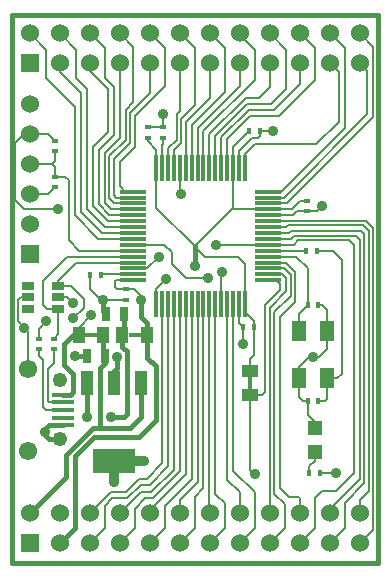
<source format=gtl>
G04 (created by PCBNEW-RS274X (2012-apr-16-27)-stable) date Sun 17 Nov 2013 02:19:30 PM EET*
G01*
G70*
G90*
%MOIN*%
G04 Gerber Fmt 3.4, Leading zero omitted, Abs format*
%FSLAX34Y34*%
G04 APERTURE LIST*
%ADD10C,0.006000*%
%ADD11C,0.015000*%
%ADD12R,0.015700X0.023600*%
%ADD13R,0.023600X0.015700*%
%ADD14R,0.060000X0.060000*%
%ADD15C,0.060000*%
%ADD16R,0.047200X0.070900*%
%ADD17R,0.086600X0.011800*%
%ADD18R,0.011800X0.086600*%
%ADD19R,0.039400X0.027600*%
%ADD20R,0.025000X0.045000*%
%ADD21R,0.047200X0.047200*%
%ADD22R,0.144000X0.080000*%
%ADD23R,0.040000X0.080000*%
%ADD24R,0.055100X0.043300*%
%ADD25R,0.016000X0.039400*%
%ADD26R,0.043300X0.055100*%
%ADD27R,0.039400X0.016000*%
%ADD28R,0.072800X0.015700*%
%ADD29C,0.049200*%
%ADD30C,0.061000*%
%ADD31C,0.035000*%
%ADD32C,0.008000*%
%ADD33C,0.032000*%
%ADD34C,0.016000*%
G04 APERTURE END LIST*
G54D10*
G54D11*
X24800Y-29700D02*
X24800Y-11450D01*
X37000Y-29700D02*
X24800Y-29700D01*
X37000Y-11450D02*
X37000Y-29700D01*
X24800Y-11450D02*
X37000Y-11450D01*
G54D12*
X34673Y-24300D03*
X35027Y-24300D03*
G54D13*
X26200Y-22223D03*
X26200Y-22577D03*
X25700Y-22223D03*
X25700Y-22577D03*
X26250Y-15623D03*
X26250Y-15977D03*
G54D12*
X34977Y-19300D03*
X34623Y-19300D03*
G54D13*
X34650Y-17623D03*
X34650Y-17977D03*
X29350Y-15527D03*
X29350Y-15173D03*
X28600Y-20573D03*
X28600Y-20927D03*
G54D12*
X32723Y-15300D03*
X33077Y-15300D03*
X32877Y-21850D03*
X32523Y-21850D03*
X35027Y-21100D03*
X34673Y-21100D03*
G54D13*
X26250Y-17177D03*
X26250Y-16823D03*
G54D12*
X27777Y-20100D03*
X27423Y-20100D03*
G54D13*
X29850Y-15527D03*
X29850Y-15173D03*
G54D14*
X25400Y-13050D03*
G54D15*
X25400Y-12050D03*
X26400Y-13050D03*
X26400Y-12050D03*
X27400Y-13050D03*
X27400Y-12050D03*
X28400Y-13050D03*
X28400Y-12050D03*
X29400Y-13050D03*
X29400Y-12050D03*
X30400Y-13050D03*
X30400Y-12050D03*
X31400Y-13050D03*
X31400Y-12050D03*
X32400Y-13050D03*
X32400Y-12050D03*
X33400Y-13050D03*
X33400Y-12050D03*
X34400Y-13050D03*
X34400Y-12050D03*
X35400Y-13050D03*
X35400Y-12050D03*
X36400Y-13050D03*
X36400Y-12050D03*
G54D14*
X25400Y-29050D03*
G54D15*
X25400Y-28050D03*
X26400Y-29050D03*
X26400Y-28050D03*
X27400Y-29050D03*
X27400Y-28050D03*
X28400Y-29050D03*
X28400Y-28050D03*
X29400Y-29050D03*
X29400Y-28050D03*
X30400Y-29050D03*
X30400Y-28050D03*
X31400Y-29050D03*
X31400Y-28050D03*
X32400Y-29050D03*
X32400Y-28050D03*
X33400Y-29050D03*
X33400Y-28050D03*
X34400Y-29050D03*
X34400Y-28050D03*
X35400Y-29050D03*
X35400Y-28050D03*
X36400Y-29050D03*
X36400Y-28050D03*
G54D16*
X34378Y-21963D03*
X35322Y-23537D03*
X34378Y-23537D03*
X35322Y-21963D03*
G54D14*
X25400Y-19400D03*
G54D15*
X25400Y-18400D03*
X25400Y-17400D03*
X25400Y-16400D03*
X25400Y-15400D03*
X25400Y-14400D03*
G54D17*
X33364Y-20276D03*
X33364Y-20080D03*
X33364Y-19883D03*
X33364Y-19686D03*
X33364Y-19489D03*
X33364Y-19292D03*
X33364Y-19095D03*
X33364Y-18898D03*
X33364Y-18702D03*
X33364Y-18505D03*
X33364Y-18308D03*
X33364Y-18111D03*
X33364Y-17914D03*
X33364Y-17717D03*
X33364Y-17520D03*
X33364Y-17324D03*
G54D18*
X32576Y-16536D03*
X32380Y-16536D03*
X32183Y-16536D03*
X31986Y-16536D03*
X31789Y-16536D03*
X31592Y-16536D03*
X31395Y-16536D03*
X31198Y-16536D03*
X31002Y-16536D03*
X30805Y-16536D03*
X30608Y-16536D03*
X30431Y-16536D03*
X30214Y-16536D03*
X30017Y-16536D03*
X29820Y-16536D03*
X29624Y-16536D03*
G54D17*
X28836Y-17324D03*
X28836Y-17520D03*
X28836Y-17717D03*
X28836Y-17914D03*
X28836Y-18308D03*
X28836Y-18505D03*
X28836Y-18702D03*
X28836Y-18898D03*
X28836Y-19095D03*
X28836Y-19292D03*
X28836Y-19489D03*
X28836Y-19686D03*
X28836Y-19883D03*
X28836Y-20080D03*
X28836Y-20276D03*
G54D18*
X29624Y-21064D03*
X29820Y-21064D03*
X30017Y-21064D03*
X30214Y-21064D03*
X30411Y-21064D03*
X30608Y-21064D03*
X30805Y-21064D03*
X31002Y-21064D03*
X31198Y-21064D03*
X31395Y-21064D03*
X31592Y-21064D03*
X31789Y-21064D03*
X31986Y-21064D03*
X32183Y-21064D03*
X32380Y-21064D03*
X32576Y-21064D03*
G54D17*
X28836Y-18111D03*
G54D19*
X26350Y-20475D03*
X26350Y-20850D03*
X26350Y-21225D03*
X25350Y-21225D03*
X25350Y-20850D03*
X25350Y-20475D03*
G54D20*
X27900Y-22800D03*
X27300Y-22800D03*
G54D21*
X34900Y-26013D03*
X34900Y-25187D03*
G54D12*
X35077Y-26700D03*
X34723Y-26700D03*
G54D22*
X28200Y-26300D03*
G54D23*
X28200Y-23700D03*
X27300Y-23700D03*
X29100Y-23700D03*
G54D20*
X28550Y-21400D03*
X27950Y-21400D03*
G54D24*
X32750Y-24104D03*
X32750Y-23296D03*
G54D25*
X32750Y-23700D03*
G54D26*
X28496Y-22100D03*
X29304Y-22100D03*
G54D27*
X28900Y-22100D03*
G54D26*
X27046Y-22100D03*
X27854Y-22100D03*
G54D27*
X27450Y-22100D03*
G54D28*
X26531Y-24600D03*
X26531Y-24856D03*
X26531Y-25112D03*
X26531Y-24344D03*
X26531Y-24088D03*
G54D29*
X26413Y-25584D03*
X26413Y-23616D03*
G54D30*
X25350Y-25978D03*
X25350Y-23222D03*
G54D31*
X35600Y-26700D03*
X26350Y-17900D03*
X31800Y-20000D03*
X29200Y-26300D03*
X28200Y-27000D03*
X25900Y-25350D03*
X28300Y-22850D03*
X26900Y-22800D03*
X26850Y-21050D03*
X35150Y-17800D03*
X33500Y-15300D03*
X30450Y-17400D03*
X34850Y-22850D03*
X29850Y-14750D03*
X25225Y-21875D03*
X32500Y-22400D03*
X27850Y-20927D03*
X27300Y-24850D03*
X28100Y-24850D03*
X31600Y-19100D03*
X26850Y-21550D03*
X25950Y-21650D03*
X27450Y-21450D03*
X31350Y-20200D03*
X30900Y-19800D03*
X29100Y-20950D03*
X29950Y-20250D03*
X29700Y-19500D03*
X32900Y-26750D03*
G54D32*
X36850Y-14850D02*
X36850Y-12500D01*
X33983Y-17717D02*
X36850Y-14850D01*
X36850Y-12500D02*
X36400Y-12050D01*
X33364Y-17717D02*
X33983Y-17717D01*
X36650Y-14750D02*
X36650Y-13300D01*
X33364Y-17520D02*
X33880Y-17520D01*
X36650Y-13300D02*
X36400Y-13050D01*
X33880Y-17520D02*
X36650Y-14750D01*
X28600Y-27350D02*
X29050Y-26900D01*
X28100Y-27350D02*
X28600Y-27350D01*
X29050Y-26900D02*
X29300Y-26900D01*
X29300Y-26900D02*
X29820Y-26380D01*
X29820Y-26380D02*
X29820Y-21064D01*
X27400Y-28050D02*
X28100Y-27350D01*
X35900Y-12550D02*
X35400Y-12050D01*
X33364Y-17324D02*
X33776Y-17324D01*
X33776Y-17324D02*
X35900Y-15200D01*
X35900Y-15200D02*
X35900Y-12550D01*
X32576Y-16074D02*
X32900Y-15750D01*
X35700Y-15000D02*
X35700Y-13350D01*
X32900Y-15750D02*
X34950Y-15750D01*
X34950Y-15750D02*
X35700Y-15000D01*
X35700Y-13350D02*
X35400Y-13050D01*
X32576Y-16536D02*
X32576Y-16074D01*
X34900Y-13600D02*
X34900Y-12550D01*
X31986Y-15564D02*
X32750Y-14800D01*
X31986Y-16536D02*
X31986Y-15564D01*
X34900Y-12550D02*
X34400Y-12050D01*
X32750Y-14800D02*
X33700Y-14800D01*
X33700Y-14800D02*
X34900Y-13600D01*
X33550Y-14600D02*
X34400Y-13750D01*
X34400Y-13750D02*
X34400Y-13050D01*
X32700Y-14600D02*
X33550Y-14600D01*
X31789Y-15511D02*
X32700Y-14600D01*
X31789Y-16536D02*
X31789Y-15511D01*
X31592Y-16536D02*
X31592Y-15458D01*
X32650Y-14400D02*
X33450Y-14400D01*
X33950Y-12600D02*
X33400Y-12050D01*
X31592Y-15458D02*
X32650Y-14400D01*
X33450Y-14400D02*
X33950Y-13900D01*
X33950Y-13900D02*
X33950Y-12600D01*
X31395Y-15405D02*
X32600Y-14200D01*
X32600Y-14200D02*
X33050Y-14200D01*
X33050Y-14200D02*
X33400Y-13850D01*
X33400Y-13850D02*
X33400Y-13050D01*
X31395Y-16536D02*
X31395Y-15405D01*
X27698Y-18898D02*
X26900Y-18100D01*
X26900Y-14500D02*
X25950Y-13550D01*
X25950Y-13550D02*
X25950Y-12600D01*
X28836Y-18898D02*
X27698Y-18898D01*
X25950Y-12600D02*
X25400Y-12050D01*
X26900Y-18100D02*
X26900Y-14500D01*
X31900Y-12550D02*
X31400Y-12050D01*
X30805Y-16536D02*
X30805Y-15095D01*
X31900Y-14000D02*
X31900Y-12550D01*
X30805Y-15095D02*
X31900Y-14000D01*
X31400Y-14200D02*
X31400Y-13050D01*
X30608Y-16536D02*
X30608Y-14992D01*
X30608Y-14992D02*
X31400Y-14200D01*
X30450Y-14900D02*
X30900Y-14450D01*
X30900Y-12550D02*
X30400Y-12050D01*
X30450Y-15700D02*
X30450Y-14900D01*
X30900Y-14450D02*
X30900Y-12550D01*
X30214Y-15936D02*
X30450Y-15700D01*
X30214Y-16536D02*
X30214Y-15936D01*
X30017Y-15883D02*
X30300Y-15600D01*
X30400Y-14650D02*
X30400Y-13050D01*
X30017Y-16536D02*
X30017Y-15883D01*
X30300Y-14750D02*
X30400Y-14650D01*
X30300Y-15600D02*
X30300Y-14750D01*
X28400Y-17150D02*
X28400Y-16350D01*
X29900Y-13800D02*
X29900Y-12550D01*
X28400Y-16350D02*
X28900Y-15850D01*
X28836Y-17324D02*
X28574Y-17324D01*
X28574Y-17324D02*
X28400Y-17150D01*
X29900Y-12550D02*
X29400Y-12050D01*
X28900Y-15850D02*
X28900Y-14800D01*
X28900Y-14800D02*
X29900Y-13800D01*
X28836Y-17520D02*
X28270Y-17520D01*
X29400Y-14050D02*
X29400Y-13050D01*
X28200Y-17450D02*
X28200Y-16250D01*
X28200Y-16250D02*
X28750Y-15700D01*
X28750Y-15700D02*
X28750Y-14700D01*
X28270Y-17520D02*
X28200Y-17450D01*
X28750Y-14700D02*
X29400Y-14050D01*
X28836Y-17717D02*
X28217Y-17717D01*
X28600Y-15600D02*
X28600Y-14600D01*
X28050Y-16150D02*
X28600Y-15600D01*
X28600Y-14600D02*
X28850Y-14350D01*
X28217Y-17717D02*
X28050Y-17550D01*
X28850Y-14350D02*
X28850Y-12500D01*
X28050Y-17550D02*
X28050Y-16150D01*
X28850Y-12500D02*
X28400Y-12050D01*
X28114Y-17914D02*
X27900Y-17700D01*
X27900Y-17700D02*
X27900Y-16050D01*
X28836Y-17914D02*
X28114Y-17914D01*
X27900Y-16050D02*
X28400Y-15550D01*
X28400Y-15550D02*
X28400Y-13050D01*
X30805Y-21064D02*
X30805Y-26895D01*
X30805Y-26895D02*
X29900Y-27800D01*
X29900Y-28550D02*
X29400Y-29050D01*
X29900Y-27800D02*
X29900Y-28550D01*
X31002Y-21064D02*
X31002Y-26998D01*
X30400Y-27600D02*
X30400Y-28050D01*
X31002Y-26998D02*
X30400Y-27600D01*
X30900Y-28550D02*
X30400Y-29050D01*
X31198Y-27202D02*
X30900Y-27500D01*
X31198Y-21064D02*
X31198Y-27202D01*
X30900Y-27500D02*
X30900Y-28550D01*
X31395Y-28045D02*
X31400Y-28050D01*
X31395Y-21064D02*
X31395Y-28045D01*
X31900Y-27700D02*
X31900Y-28550D01*
X31592Y-21064D02*
X31592Y-27392D01*
X31900Y-28550D02*
X31400Y-29050D01*
X31592Y-27392D02*
X31900Y-27700D01*
X32400Y-27350D02*
X32400Y-28050D01*
X31986Y-21064D02*
X31986Y-26936D01*
X31986Y-26936D02*
X32400Y-27350D01*
X32900Y-28550D02*
X32400Y-29050D01*
X32900Y-27350D02*
X32900Y-28550D01*
X32183Y-26633D02*
X32900Y-27350D01*
X32183Y-21064D02*
X32183Y-26633D01*
X36400Y-26900D02*
X35400Y-27900D01*
X36268Y-18800D02*
X36400Y-18932D01*
X36400Y-18932D02*
X36400Y-26900D01*
X34200Y-18800D02*
X36268Y-18800D01*
X33364Y-18898D02*
X34102Y-18898D01*
X34102Y-18898D02*
X34200Y-18800D01*
X35400Y-27900D02*
X35400Y-28050D01*
X35900Y-27700D02*
X35900Y-28550D01*
X36550Y-27050D02*
X35900Y-27700D01*
X35900Y-28550D02*
X35400Y-29050D01*
X34100Y-18650D02*
X36450Y-18650D01*
X36550Y-18750D02*
X36550Y-27050D01*
X33364Y-18702D02*
X34048Y-18702D01*
X34048Y-18702D02*
X34100Y-18650D01*
X36450Y-18650D02*
X36550Y-18750D01*
X28650Y-27550D02*
X29100Y-27100D01*
X27900Y-28550D02*
X27900Y-27800D01*
X28150Y-27550D02*
X28650Y-27550D01*
X27900Y-27800D02*
X28150Y-27550D01*
X29400Y-27100D02*
X30017Y-26483D01*
X30017Y-26483D02*
X30017Y-21064D01*
X27400Y-29050D02*
X27900Y-28550D01*
X29100Y-27100D02*
X29400Y-27100D01*
X30214Y-21064D02*
X30214Y-26586D01*
X29100Y-27350D02*
X28400Y-28050D01*
X29450Y-27350D02*
X29100Y-27350D01*
X30214Y-26586D02*
X29450Y-27350D01*
X28400Y-29050D02*
X28900Y-28550D01*
X30411Y-26639D02*
X30411Y-21064D01*
X29500Y-27550D02*
X30411Y-26639D01*
X29250Y-27550D02*
X29500Y-27550D01*
X28900Y-27900D02*
X29250Y-27550D01*
X28900Y-28550D02*
X28900Y-27900D01*
X33950Y-20200D02*
X33950Y-20650D01*
X33364Y-20080D02*
X33830Y-20080D01*
X33830Y-20080D02*
X33950Y-20200D01*
X33950Y-20650D02*
X33400Y-21200D01*
X33400Y-21200D02*
X33400Y-28050D01*
X33900Y-27750D02*
X33900Y-28550D01*
X34100Y-20800D02*
X33550Y-21350D01*
X34100Y-20100D02*
X34100Y-20800D01*
X33550Y-21350D02*
X33550Y-27400D01*
X33883Y-19883D02*
X34100Y-20100D01*
X33900Y-28550D02*
X33400Y-29050D01*
X33550Y-27400D02*
X33900Y-27750D01*
X33364Y-19883D02*
X33883Y-19883D01*
X34250Y-21000D02*
X33750Y-21500D01*
X33750Y-21500D02*
X33750Y-27200D01*
X34250Y-20000D02*
X34250Y-21000D01*
X34400Y-27550D02*
X34400Y-28050D01*
X34350Y-27500D02*
X34400Y-27550D01*
X33936Y-19686D02*
X34250Y-20000D01*
X33364Y-19686D02*
X33936Y-19686D01*
X33750Y-27200D02*
X34050Y-27500D01*
X34050Y-27500D02*
X34350Y-27500D01*
X36400Y-27600D02*
X36700Y-27300D01*
X34000Y-18450D02*
X33945Y-18505D01*
X36400Y-28050D02*
X36400Y-27600D01*
X33945Y-18505D02*
X33364Y-18505D01*
X36500Y-18450D02*
X34000Y-18450D01*
X36700Y-27300D02*
X36700Y-18650D01*
X36700Y-18650D02*
X36500Y-18450D01*
X36850Y-28600D02*
X36400Y-29050D01*
X36850Y-18550D02*
X36850Y-28600D01*
X33364Y-18308D02*
X36608Y-18308D01*
X36608Y-18308D02*
X36850Y-18550D01*
X35600Y-26700D02*
X35077Y-26700D01*
X32400Y-12100D02*
X32400Y-12050D01*
X31198Y-15302D02*
X32900Y-13600D01*
X31198Y-16536D02*
X31198Y-15302D01*
X32900Y-12600D02*
X32400Y-12100D01*
X32900Y-13600D02*
X32900Y-12600D01*
X31002Y-16536D02*
X31002Y-15198D01*
X31002Y-15198D02*
X32400Y-13800D01*
X32400Y-13800D02*
X32400Y-13050D01*
X28200Y-15450D02*
X28200Y-13850D01*
X28836Y-18111D02*
X28061Y-18111D01*
X28200Y-13850D02*
X27900Y-13550D01*
X27700Y-15950D02*
X28200Y-15450D01*
X27900Y-13550D02*
X27900Y-12550D01*
X27700Y-17750D02*
X27700Y-15950D01*
X27900Y-12550D02*
X27400Y-12050D01*
X28061Y-18111D02*
X27700Y-17750D01*
X28836Y-18308D02*
X28008Y-18308D01*
X27500Y-15850D02*
X28000Y-15350D01*
X28000Y-15350D02*
X28000Y-13900D01*
X27400Y-13300D02*
X27400Y-13050D01*
X28008Y-18308D02*
X27500Y-17800D01*
X28000Y-13900D02*
X27400Y-13300D01*
X27500Y-17800D02*
X27500Y-15850D01*
X27300Y-13900D02*
X26950Y-13550D01*
X27300Y-17900D02*
X27300Y-13900D01*
X26950Y-12600D02*
X26400Y-12050D01*
X26950Y-13550D02*
X26950Y-12600D01*
X27905Y-18505D02*
X27300Y-17900D01*
X28836Y-18505D02*
X27905Y-18505D01*
X26400Y-13350D02*
X26400Y-13050D01*
X27802Y-18702D02*
X27100Y-18000D01*
X27100Y-18000D02*
X27100Y-14050D01*
X28836Y-18702D02*
X27802Y-18702D01*
X27100Y-14050D02*
X26400Y-13350D01*
X29400Y-27950D02*
X29400Y-28050D01*
X30608Y-21064D02*
X30608Y-26742D01*
X30608Y-26742D02*
X29400Y-27950D01*
X25200Y-15400D02*
X24900Y-15700D01*
X26027Y-15400D02*
X26250Y-15623D01*
X25400Y-15400D02*
X25200Y-15400D01*
X31800Y-20000D02*
X31789Y-20011D01*
X24900Y-17600D02*
X25200Y-17900D01*
X31789Y-20011D02*
X31789Y-21064D01*
X25400Y-15400D02*
X26027Y-15400D01*
X25200Y-17900D02*
X26350Y-17900D01*
X24900Y-15700D02*
X24900Y-17600D01*
G54D33*
X28200Y-26300D02*
X29200Y-26300D01*
X28200Y-26300D02*
X28200Y-27000D01*
G54D34*
X28300Y-23200D02*
X28300Y-22850D01*
X28200Y-23300D02*
X28300Y-23200D01*
X28200Y-23700D02*
X28200Y-23300D01*
X26900Y-22800D02*
X27300Y-22800D01*
X26413Y-25584D02*
X26034Y-25584D01*
X25900Y-25350D02*
X25900Y-25250D01*
X26038Y-25112D02*
X26531Y-25112D01*
X25900Y-25250D02*
X26038Y-25112D01*
X25900Y-25450D02*
X25900Y-25350D01*
X26034Y-25584D02*
X25900Y-25450D01*
G54D32*
X28836Y-19292D02*
X27042Y-19292D01*
G54D34*
X27850Y-21300D02*
X27850Y-20927D01*
G54D32*
X27423Y-20573D02*
X27777Y-20927D01*
X32380Y-21707D02*
X32523Y-21850D01*
X26250Y-15977D02*
X26250Y-16300D01*
X34378Y-23537D02*
X34378Y-23172D01*
X25350Y-20850D02*
X25100Y-20850D01*
X34323Y-17977D02*
X34650Y-17977D01*
X35150Y-21100D02*
X35322Y-21272D01*
X34500Y-24300D02*
X34378Y-24178D01*
X25350Y-22000D02*
X25350Y-23222D01*
X34700Y-22850D02*
X34850Y-22850D01*
X27423Y-20100D02*
X27423Y-20573D01*
X27850Y-20927D02*
X28600Y-20927D01*
X33077Y-15473D02*
X33077Y-15300D01*
X26250Y-16823D02*
X26250Y-16500D01*
X26150Y-16400D02*
X25400Y-16400D01*
X25100Y-20850D02*
X25000Y-20950D01*
X26700Y-16950D02*
X26573Y-16823D01*
X26573Y-16823D02*
X26250Y-16823D01*
X26700Y-18950D02*
X26700Y-16950D01*
X26650Y-20850D02*
X26850Y-21050D01*
X34673Y-24300D02*
X34500Y-24300D01*
X35322Y-21272D02*
X35322Y-21963D01*
X26250Y-16500D02*
X26150Y-16400D01*
X29850Y-15173D02*
X29850Y-14750D01*
X30431Y-17381D02*
X30450Y-17400D01*
X27777Y-20927D02*
X27850Y-20927D01*
X32380Y-21064D02*
X32380Y-21707D01*
X34900Y-25000D02*
X34673Y-24773D01*
G54D34*
X27950Y-21400D02*
X27850Y-21300D01*
G54D32*
X33077Y-15300D02*
X33500Y-15300D01*
X34650Y-17977D02*
X34973Y-17977D01*
X27042Y-19292D02*
X26700Y-18950D01*
X25000Y-20950D02*
X25000Y-21650D01*
X29350Y-15173D02*
X29850Y-15173D01*
X32523Y-22377D02*
X32500Y-22400D01*
X35027Y-21100D02*
X35150Y-21100D01*
X26350Y-20850D02*
X26650Y-20850D01*
X34850Y-22850D02*
X35050Y-22850D01*
X32380Y-15970D02*
X32800Y-15550D01*
X34378Y-24178D02*
X34378Y-23537D01*
X35050Y-22850D02*
X35322Y-22578D01*
X25225Y-21875D02*
X25350Y-22000D01*
X34378Y-23172D02*
X34700Y-22850D01*
X35322Y-22578D02*
X35322Y-21963D01*
X25000Y-21650D02*
X25225Y-21875D01*
X32800Y-15550D02*
X33000Y-15550D01*
X26250Y-16300D02*
X26150Y-16400D01*
X33364Y-18111D02*
X34189Y-18111D01*
X30431Y-16536D02*
X30431Y-17381D01*
X34973Y-17977D02*
X35150Y-17800D01*
X33000Y-15550D02*
X33077Y-15473D01*
X34900Y-25187D02*
X34900Y-25000D01*
X32380Y-16536D02*
X32380Y-15970D01*
X32523Y-21850D02*
X32523Y-22377D01*
X34673Y-24773D02*
X34673Y-24300D01*
X34189Y-18111D02*
X34323Y-17977D01*
X26531Y-24344D02*
X26044Y-24344D01*
X26200Y-23050D02*
X26200Y-22577D01*
X26000Y-23250D02*
X26200Y-23050D01*
X26000Y-24300D02*
X26000Y-23250D01*
X26044Y-24344D02*
X26000Y-24300D01*
X25850Y-22950D02*
X25850Y-24500D01*
X25700Y-22577D02*
X25700Y-22800D01*
X25950Y-24600D02*
X26531Y-24600D01*
X25700Y-22800D02*
X25850Y-22950D01*
X25850Y-24500D02*
X25950Y-24600D01*
X34673Y-21100D02*
X34673Y-19873D01*
X34289Y-19489D02*
X33364Y-19489D01*
X34673Y-19873D02*
X34289Y-19489D01*
X34378Y-21395D02*
X34673Y-21100D01*
X34378Y-21963D02*
X34378Y-21395D01*
X35250Y-24300D02*
X35322Y-24228D01*
X35322Y-23537D02*
X35663Y-23537D01*
X35322Y-24228D02*
X35322Y-23537D01*
X35800Y-23400D02*
X35800Y-19600D01*
X35027Y-24300D02*
X35250Y-24300D01*
X35800Y-19600D02*
X35500Y-19300D01*
X35500Y-19300D02*
X34977Y-19300D01*
X35663Y-23537D02*
X35800Y-23400D01*
X33364Y-19292D02*
X34615Y-19292D01*
X34615Y-19292D02*
X34623Y-19300D01*
G54D34*
X28550Y-21400D02*
X28550Y-22046D01*
X28550Y-24850D02*
X28650Y-24750D01*
X28650Y-24750D02*
X28650Y-22650D01*
X28100Y-24850D02*
X28550Y-24850D01*
X28496Y-22496D02*
X28496Y-22100D01*
X28550Y-22046D02*
X28496Y-22100D01*
X27300Y-23700D02*
X27300Y-24850D01*
X28650Y-22650D02*
X28496Y-22496D01*
G54D32*
X34723Y-26477D02*
X34900Y-26300D01*
X34900Y-26300D02*
X34900Y-26013D01*
X34723Y-26700D02*
X34723Y-26477D01*
X35150Y-27300D02*
X34900Y-27550D01*
X34350Y-18950D02*
X36050Y-18950D01*
X34900Y-28550D02*
X34400Y-29050D01*
X36050Y-18950D02*
X36200Y-19100D01*
X25400Y-17400D02*
X26027Y-17400D01*
X34900Y-27550D02*
X34900Y-28550D01*
X26027Y-17400D02*
X26250Y-17177D01*
X36200Y-19100D02*
X36200Y-26700D01*
X32505Y-19095D02*
X31600Y-19100D01*
X33364Y-19095D02*
X34205Y-19095D01*
X33364Y-19095D02*
X32505Y-19095D01*
X34205Y-19095D02*
X34350Y-18950D01*
X35600Y-27300D02*
X35150Y-27300D01*
X36200Y-26700D02*
X35600Y-27300D01*
X28836Y-19489D02*
X26661Y-19489D01*
X26661Y-19489D02*
X25850Y-20300D01*
X25975Y-21225D02*
X26350Y-21225D01*
X26350Y-21225D02*
X26350Y-22073D01*
X25850Y-20300D02*
X25850Y-21100D01*
X26350Y-22073D02*
X26200Y-22223D01*
X25850Y-21100D02*
X25975Y-21225D01*
X27200Y-21200D02*
X26850Y-21550D01*
X28836Y-19686D02*
X26964Y-19686D01*
X26775Y-20475D02*
X27200Y-20900D01*
X27200Y-20900D02*
X27200Y-21200D01*
X26350Y-20300D02*
X26350Y-20475D01*
X26964Y-19686D02*
X26350Y-20300D01*
X25950Y-21650D02*
X25700Y-21900D01*
X25700Y-21900D02*
X25700Y-22223D01*
X26350Y-20475D02*
X26775Y-20475D01*
G54D34*
X26550Y-22400D02*
X26550Y-23100D01*
X26850Y-22100D02*
X26550Y-22400D01*
G54D32*
X29895Y-19095D02*
X28836Y-19095D01*
X27046Y-22100D02*
X27046Y-21854D01*
G54D34*
X26550Y-23100D02*
X26850Y-23400D01*
X26850Y-23400D02*
X26850Y-24000D01*
X26850Y-24000D02*
X26762Y-24088D01*
X26762Y-24088D02*
X26531Y-24088D01*
G54D32*
X30150Y-19750D02*
X30150Y-19350D01*
X27046Y-21854D02*
X27450Y-21450D01*
G54D34*
X27046Y-22100D02*
X26850Y-22100D01*
G54D32*
X31350Y-20200D02*
X30600Y-20200D01*
X30600Y-20200D02*
X30150Y-19750D01*
X30150Y-19350D02*
X29895Y-19095D01*
G54D34*
X29050Y-25500D02*
X27550Y-25500D01*
G54D32*
X31250Y-19500D02*
X30950Y-19200D01*
X28250Y-20500D02*
X28323Y-20573D01*
X32183Y-16536D02*
X32183Y-17867D01*
X33364Y-17914D02*
X34136Y-17914D01*
X29624Y-16536D02*
X29624Y-15924D01*
G54D34*
X29304Y-22100D02*
X29304Y-22854D01*
G54D32*
X29624Y-17874D02*
X30900Y-19150D01*
X28873Y-20573D02*
X28600Y-20573D01*
X28274Y-20276D02*
X28250Y-20300D01*
G54D34*
X26900Y-28550D02*
X26400Y-29050D01*
X29600Y-23150D02*
X29600Y-24950D01*
X26900Y-26150D02*
X26900Y-28550D01*
G54D32*
X30900Y-19150D02*
X30950Y-19200D01*
G54D34*
X27550Y-25500D02*
X26900Y-26150D01*
X29304Y-22854D02*
X29600Y-23150D01*
X30900Y-19200D02*
X30900Y-19150D01*
G54D32*
X28250Y-20300D02*
X28250Y-20500D01*
X32877Y-21627D02*
X32877Y-21850D01*
X28323Y-20573D02*
X28600Y-20573D01*
G54D34*
X29600Y-24950D02*
X29050Y-25500D01*
G54D32*
X28836Y-20276D02*
X28274Y-20276D01*
X32350Y-19500D02*
X31250Y-19500D01*
X32576Y-21064D02*
X32576Y-21326D01*
X29624Y-15924D02*
X29350Y-15650D01*
X30950Y-19100D02*
X30950Y-19250D01*
X33364Y-17914D02*
X32230Y-17914D01*
X32576Y-21064D02*
X32576Y-19726D01*
X29350Y-15650D02*
X29350Y-15527D01*
X32877Y-21850D02*
X32877Y-22773D01*
X29624Y-16536D02*
X29624Y-17874D01*
X32576Y-21326D02*
X32877Y-21627D01*
X32576Y-19726D02*
X32350Y-19500D01*
G54D34*
X29304Y-21704D02*
X29100Y-21500D01*
G54D32*
X34427Y-17623D02*
X34650Y-17623D01*
X32230Y-17914D02*
X32183Y-17867D01*
X30950Y-19200D02*
X30950Y-19250D01*
X32183Y-15840D02*
X32723Y-15300D01*
G54D34*
X29100Y-21500D02*
X29100Y-20950D01*
G54D32*
X32183Y-16536D02*
X32183Y-15840D01*
X29100Y-20800D02*
X28873Y-20573D01*
G54D34*
X30900Y-19800D02*
X30900Y-19200D01*
G54D32*
X34136Y-17914D02*
X34427Y-17623D01*
X32183Y-17867D02*
X30950Y-19100D01*
G54D34*
X29304Y-22100D02*
X29304Y-21704D01*
G54D32*
X32877Y-22773D02*
X32750Y-22900D01*
X32750Y-22900D02*
X32750Y-23296D01*
X29100Y-20950D02*
X29100Y-20800D01*
G54D34*
X28750Y-25200D02*
X27750Y-25200D01*
X29100Y-23700D02*
X29100Y-24850D01*
X26600Y-26100D02*
X26600Y-26850D01*
X26600Y-26850D02*
X25400Y-28050D01*
X27750Y-25200D02*
X27500Y-25200D01*
X29100Y-24850D02*
X28750Y-25200D01*
X27900Y-23050D02*
X27750Y-23200D01*
X27750Y-23200D02*
X27750Y-25200D01*
X27900Y-22800D02*
X27900Y-23050D01*
X27500Y-25200D02*
X26600Y-26100D01*
X27854Y-22754D02*
X27900Y-22800D01*
X27854Y-22100D02*
X27854Y-22754D01*
G54D32*
X29624Y-20576D02*
X29950Y-20250D01*
X29624Y-21064D02*
X29624Y-20576D01*
X29317Y-19883D02*
X29700Y-19500D01*
X28836Y-19883D02*
X29317Y-19883D01*
X33750Y-20600D02*
X33250Y-21100D01*
X33250Y-21100D02*
X33250Y-24000D01*
X33250Y-24000D02*
X33146Y-24104D01*
X32750Y-24104D02*
X32750Y-26600D01*
X33364Y-20276D02*
X33626Y-20276D01*
X33146Y-24104D02*
X32750Y-24104D01*
X33626Y-20276D02*
X33750Y-20400D01*
X32750Y-26600D02*
X32900Y-26750D01*
X33750Y-20400D02*
X33750Y-20600D01*
X29820Y-16536D02*
X29820Y-15780D01*
X29820Y-15780D02*
X29850Y-15750D01*
X29850Y-15750D02*
X29850Y-15527D01*
X27797Y-20080D02*
X27777Y-20100D01*
X28836Y-20080D02*
X27797Y-20080D01*
M02*

</source>
